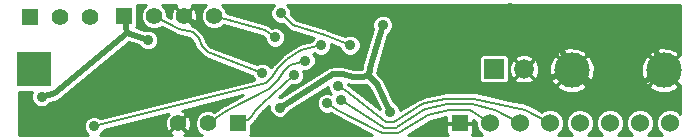
<source format=gbl>
G04 (created by PCBNEW (2013-03-19 BZR 4004)-stable) date 24/05/2013 23:59:16*
%MOIN*%
G04 Gerber Fmt 3.4, Leading zero omitted, Abs format*
%FSLAX34Y34*%
G01*
G70*
G90*
G04 APERTURE LIST*
%ADD10C,0.006*%
%ADD11R,0.1181X0.1181*%
%ADD12C,0.1181*%
%ADD13R,0.055X0.055*%
%ADD14C,0.06*%
%ADD15R,0.0551X0.0551*%
%ADD16C,0.0551*%
%ADD17C,0.055*%
%ADD18R,0.066X0.066*%
%ADD19C,0.066*%
%ADD20C,0.0354331*%
%ADD21C,0.019685*%
%ADD22C,0.00787402*%
%ADD23C,0.01*%
G04 APERTURE END LIST*
G54D10*
G54D11*
X38110Y-39724D03*
G54D12*
X56023Y-39763D03*
X59094Y-39763D03*
G54D13*
X52287Y-41535D03*
G54D14*
X53287Y-41535D03*
X54287Y-41535D03*
X55287Y-41535D03*
X56287Y-41535D03*
X57287Y-41535D03*
X58287Y-41535D03*
X59287Y-41535D03*
G54D15*
X41098Y-37952D03*
G54D16*
X42098Y-37952D03*
X43098Y-37952D03*
X44098Y-37952D03*
G54D13*
X44897Y-41535D03*
G54D17*
X43897Y-41535D03*
X42897Y-41535D03*
G54D13*
X37976Y-37992D03*
G54D17*
X38976Y-37992D03*
X39976Y-37992D03*
G54D18*
X53437Y-39724D03*
G54D19*
X54437Y-39724D03*
G54D20*
X49720Y-38263D03*
X49968Y-41141D03*
X38350Y-40657D03*
X41893Y-38759D03*
X46283Y-41007D03*
X47874Y-40866D03*
X48330Y-40751D03*
X48236Y-40291D03*
X46759Y-39921D03*
X45708Y-39858D03*
X46129Y-38669D03*
X47137Y-39440D03*
X48271Y-38244D03*
X50748Y-37720D03*
X39149Y-40751D03*
X40181Y-40566D03*
X44212Y-40011D03*
X44035Y-38826D03*
X49688Y-39838D03*
X49133Y-40397D03*
X46881Y-37937D03*
X45822Y-41236D03*
X48145Y-41795D03*
X43248Y-38838D03*
X48897Y-39610D03*
X48460Y-39425D03*
X41141Y-39925D03*
X42877Y-40547D03*
X50897Y-39314D03*
X51374Y-41594D03*
X45653Y-38767D03*
X57236Y-38053D03*
X58503Y-38351D03*
X53976Y-37700D03*
X57484Y-40732D03*
X48641Y-38929D03*
X46322Y-37870D03*
X47669Y-38937D03*
X40098Y-41633D03*
G54D21*
X41157Y-38317D02*
X41204Y-38507D01*
X41157Y-38228D02*
X41157Y-38317D01*
X41157Y-38129D02*
X41157Y-38228D01*
X41098Y-37952D02*
X41157Y-38129D01*
X49060Y-40003D02*
X49224Y-39929D01*
X48734Y-40003D02*
X49060Y-40003D01*
X48399Y-39897D02*
X48734Y-40003D01*
X48073Y-39897D02*
X48399Y-39897D01*
X46283Y-41007D02*
X48073Y-39897D01*
X41893Y-38759D02*
X41204Y-38507D01*
X38986Y-40358D02*
X41204Y-38507D01*
X38790Y-40531D02*
X38986Y-40358D01*
X38350Y-40657D02*
X38790Y-40531D01*
X49295Y-39675D02*
X49720Y-38263D01*
X49291Y-39773D02*
X49295Y-39675D01*
X49224Y-39929D02*
X49291Y-39773D01*
X49527Y-40234D02*
X49968Y-41141D01*
X49295Y-40001D02*
X49527Y-40234D01*
X49224Y-39929D02*
X49295Y-40001D01*
G54D22*
X52627Y-41102D02*
X53287Y-41535D01*
X52077Y-41102D02*
X52627Y-41102D01*
X51947Y-41102D02*
X52077Y-41102D01*
X51235Y-41259D02*
X51947Y-41102D01*
X50305Y-41834D02*
X51235Y-41259D01*
X50220Y-41870D02*
X50305Y-41834D01*
X49716Y-41870D02*
X50220Y-41870D01*
X49631Y-41834D02*
X49716Y-41870D01*
X48192Y-41086D02*
X49631Y-41834D01*
X47874Y-40866D02*
X48192Y-41086D01*
X53476Y-41077D02*
X54287Y-41535D01*
X52709Y-40906D02*
X53476Y-41077D01*
X52159Y-40906D02*
X52709Y-40906D01*
X51865Y-40906D02*
X52159Y-40906D01*
X51161Y-41062D02*
X51865Y-40906D01*
X51148Y-41068D02*
X51161Y-41062D01*
X50194Y-41667D02*
X51148Y-41068D01*
X50181Y-41673D02*
X50194Y-41667D01*
X49755Y-41673D02*
X50181Y-41673D01*
X49742Y-41667D02*
X49755Y-41673D01*
X48330Y-40751D02*
X49742Y-41667D01*
X54476Y-41077D02*
X55287Y-41535D01*
X52778Y-40709D02*
X54476Y-41077D01*
X52228Y-40709D02*
X52778Y-40709D01*
X51795Y-40709D02*
X52228Y-40709D01*
X51122Y-40866D02*
X51795Y-40709D01*
X51036Y-40901D02*
X51122Y-40866D01*
X50107Y-41476D02*
X51036Y-40901D01*
X49829Y-41476D02*
X50107Y-41476D01*
X48469Y-40417D02*
X49829Y-41476D01*
X48236Y-40291D02*
X48469Y-40417D01*
X45133Y-41417D02*
X44897Y-41535D01*
X45172Y-41417D02*
X45133Y-41417D01*
X45237Y-41417D02*
X45172Y-41417D01*
X45330Y-41325D02*
X45237Y-41417D01*
X45488Y-41097D02*
X45330Y-41325D01*
X45684Y-40901D02*
X45488Y-41097D01*
X46759Y-39921D02*
X45684Y-40901D01*
X43896Y-39161D02*
X45708Y-39858D01*
X43700Y-38965D02*
X43896Y-39161D01*
X43582Y-38699D02*
X43700Y-38965D01*
X43386Y-38503D02*
X43582Y-38699D01*
X42919Y-38385D02*
X43386Y-38503D01*
X42098Y-37952D02*
X42919Y-38385D01*
X45792Y-38433D02*
X44098Y-37952D01*
X46129Y-38669D02*
X45792Y-38433D01*
X44557Y-41102D02*
X43897Y-41535D01*
X45934Y-40384D02*
X44557Y-41102D01*
X46234Y-40083D02*
X45934Y-40384D01*
X46425Y-39782D02*
X46234Y-40083D01*
X46621Y-39586D02*
X46425Y-39782D01*
X47137Y-39440D02*
X46621Y-39586D01*
G54D21*
X56023Y-39763D02*
X57484Y-40732D01*
X53017Y-40270D02*
X50897Y-39314D01*
X53677Y-40270D02*
X53017Y-40270D01*
X53856Y-40270D02*
X53677Y-40270D01*
X54652Y-40270D02*
X53856Y-40270D01*
X56023Y-39763D02*
X54652Y-40270D01*
X59094Y-39763D02*
X57484Y-40732D01*
X55287Y-38346D02*
X56023Y-39763D01*
X53976Y-37700D02*
X55287Y-38346D01*
X58503Y-38351D02*
X59094Y-39763D01*
X57236Y-38053D02*
X58503Y-38351D01*
X57236Y-38053D02*
X55287Y-38346D01*
X50897Y-39314D02*
X51240Y-38271D01*
X48897Y-39610D02*
X48460Y-39425D01*
X46120Y-41401D02*
X48145Y-41795D01*
X45822Y-41236D02*
X46120Y-41401D01*
X46881Y-37937D02*
X48271Y-38244D01*
X49688Y-39838D02*
X50897Y-39314D01*
X43507Y-38262D02*
X43098Y-37952D01*
X43824Y-38579D02*
X43507Y-38262D01*
X44035Y-38826D02*
X43824Y-38579D01*
X44212Y-40011D02*
X43248Y-38838D01*
X39149Y-40751D02*
X40181Y-40566D01*
X50748Y-37720D02*
X51240Y-38271D01*
X49557Y-37870D02*
X50748Y-37720D01*
X48271Y-38244D02*
X49557Y-37870D01*
X51240Y-38271D02*
X53976Y-37700D01*
G54D22*
X46743Y-38271D02*
X46322Y-37870D01*
X47807Y-38602D02*
X46743Y-38271D01*
X48641Y-38929D02*
X47807Y-38602D01*
X45847Y-40192D02*
X40098Y-41633D01*
X46043Y-39996D02*
X45847Y-40192D01*
X46233Y-39695D02*
X46043Y-39996D01*
X46534Y-39395D02*
X46233Y-39695D01*
X46999Y-39106D02*
X46534Y-39395D01*
X47669Y-38937D02*
X46999Y-39106D01*
G54D10*
G36*
X45076Y-40597D02*
X44461Y-40919D01*
X44451Y-40926D01*
X44444Y-40929D01*
X44114Y-41145D01*
X43986Y-41092D01*
X43809Y-41092D01*
X43646Y-41159D01*
X43522Y-41284D01*
X43454Y-41446D01*
X43454Y-41623D01*
X43521Y-41786D01*
X43646Y-41910D01*
X43688Y-41928D01*
X43342Y-41928D01*
X43342Y-41455D01*
X43278Y-41291D01*
X43268Y-41277D01*
X43193Y-41252D01*
X42910Y-41535D01*
X43193Y-41818D01*
X43268Y-41793D01*
X43338Y-41632D01*
X43342Y-41455D01*
X43342Y-41928D01*
X43109Y-41928D01*
X43141Y-41915D01*
X43155Y-41906D01*
X43180Y-41831D01*
X42897Y-41548D01*
X42884Y-41561D01*
X42614Y-41831D01*
X42639Y-41906D01*
X42690Y-41928D01*
X40289Y-41928D01*
X40293Y-41926D01*
X40390Y-41829D01*
X40416Y-41767D01*
X42575Y-41225D01*
X42601Y-41252D01*
X42526Y-41277D01*
X42456Y-41438D01*
X42452Y-41615D01*
X42517Y-41779D01*
X42526Y-41793D01*
X42601Y-41818D01*
X42884Y-41535D01*
X42879Y-41529D01*
X42892Y-41517D01*
X42897Y-41522D01*
X43180Y-41239D01*
X43155Y-41164D01*
X43032Y-41110D01*
X45076Y-40597D01*
X45076Y-40597D01*
G37*
G54D23*
X45076Y-40597D02*
X44461Y-40919D01*
X44451Y-40926D01*
X44444Y-40929D01*
X44114Y-41145D01*
X43986Y-41092D01*
X43809Y-41092D01*
X43646Y-41159D01*
X43522Y-41284D01*
X43454Y-41446D01*
X43454Y-41623D01*
X43521Y-41786D01*
X43646Y-41910D01*
X43688Y-41928D01*
X43342Y-41928D01*
X43342Y-41455D01*
X43278Y-41291D01*
X43268Y-41277D01*
X43193Y-41252D01*
X42910Y-41535D01*
X43193Y-41818D01*
X43268Y-41793D01*
X43338Y-41632D01*
X43342Y-41455D01*
X43342Y-41928D01*
X43109Y-41928D01*
X43141Y-41915D01*
X43155Y-41906D01*
X43180Y-41831D01*
X42897Y-41548D01*
X42884Y-41561D01*
X42614Y-41831D01*
X42639Y-41906D01*
X42690Y-41928D01*
X40289Y-41928D01*
X40293Y-41926D01*
X40390Y-41829D01*
X40416Y-41767D01*
X42575Y-41225D01*
X42601Y-41252D01*
X42526Y-41277D01*
X42456Y-41438D01*
X42452Y-41615D01*
X42517Y-41779D01*
X42526Y-41793D01*
X42601Y-41818D01*
X42884Y-41535D01*
X42879Y-41529D01*
X42892Y-41517D01*
X42897Y-41522D01*
X43180Y-41239D01*
X43155Y-41164D01*
X43032Y-41110D01*
X45076Y-40597D01*
G54D10*
G36*
X45440Y-40078D02*
X40317Y-41364D01*
X40294Y-41341D01*
X40167Y-41288D01*
X40030Y-41288D01*
X39903Y-41340D01*
X39805Y-41438D01*
X39753Y-41564D01*
X39753Y-41702D01*
X39805Y-41829D01*
X39902Y-41926D01*
X39907Y-41928D01*
X37599Y-41928D01*
X37599Y-40483D01*
X38048Y-40483D01*
X38005Y-40588D01*
X38005Y-40725D01*
X38057Y-40852D01*
X38154Y-40950D01*
X38281Y-41002D01*
X38418Y-41002D01*
X38545Y-40950D01*
X38642Y-40853D01*
X38644Y-40850D01*
X38863Y-40787D01*
X38869Y-40784D01*
X38877Y-40783D01*
X38919Y-40758D01*
X38956Y-40739D01*
X38960Y-40734D01*
X38967Y-40731D01*
X39157Y-40563D01*
X39157Y-40563D01*
X41259Y-38811D01*
X41591Y-38933D01*
X41600Y-38955D01*
X41697Y-39052D01*
X41824Y-39105D01*
X41962Y-39105D01*
X42089Y-39052D01*
X42186Y-38955D01*
X42238Y-38828D01*
X42239Y-38691D01*
X42186Y-38564D01*
X42089Y-38467D01*
X41962Y-38414D01*
X41825Y-38414D01*
X41778Y-38433D01*
X41505Y-38334D01*
X41516Y-38323D01*
X41542Y-38261D01*
X41542Y-38194D01*
X41542Y-37643D01*
X41523Y-37599D01*
X41824Y-37599D01*
X41722Y-37701D01*
X41654Y-37864D01*
X41654Y-38040D01*
X41722Y-38203D01*
X41846Y-38328D01*
X42009Y-38396D01*
X42186Y-38396D01*
X42349Y-38329D01*
X42355Y-38322D01*
X42822Y-38569D01*
X42844Y-38575D01*
X42868Y-38586D01*
X43280Y-38691D01*
X43408Y-38819D01*
X43509Y-39044D01*
X43509Y-39044D01*
X43509Y-39045D01*
X43511Y-39049D01*
X43530Y-39076D01*
X43554Y-39112D01*
X43750Y-39308D01*
X43752Y-39309D01*
X43753Y-39311D01*
X43785Y-39332D01*
X43817Y-39353D01*
X43820Y-39353D01*
X43822Y-39355D01*
X45373Y-39950D01*
X45415Y-40053D01*
X45440Y-40078D01*
X45440Y-40078D01*
G37*
G54D23*
X45440Y-40078D02*
X40317Y-41364D01*
X40294Y-41341D01*
X40167Y-41288D01*
X40030Y-41288D01*
X39903Y-41340D01*
X39805Y-41438D01*
X39753Y-41564D01*
X39753Y-41702D01*
X39805Y-41829D01*
X39902Y-41926D01*
X39907Y-41928D01*
X37599Y-41928D01*
X37599Y-40483D01*
X38048Y-40483D01*
X38005Y-40588D01*
X38005Y-40725D01*
X38057Y-40852D01*
X38154Y-40950D01*
X38281Y-41002D01*
X38418Y-41002D01*
X38545Y-40950D01*
X38642Y-40853D01*
X38644Y-40850D01*
X38863Y-40787D01*
X38869Y-40784D01*
X38877Y-40783D01*
X38919Y-40758D01*
X38956Y-40739D01*
X38960Y-40734D01*
X38967Y-40731D01*
X39157Y-40563D01*
X39157Y-40563D01*
X41259Y-38811D01*
X41591Y-38933D01*
X41600Y-38955D01*
X41697Y-39052D01*
X41824Y-39105D01*
X41962Y-39105D01*
X42089Y-39052D01*
X42186Y-38955D01*
X42238Y-38828D01*
X42239Y-38691D01*
X42186Y-38564D01*
X42089Y-38467D01*
X41962Y-38414D01*
X41825Y-38414D01*
X41778Y-38433D01*
X41505Y-38334D01*
X41516Y-38323D01*
X41542Y-38261D01*
X41542Y-38194D01*
X41542Y-37643D01*
X41523Y-37599D01*
X41824Y-37599D01*
X41722Y-37701D01*
X41654Y-37864D01*
X41654Y-38040D01*
X41722Y-38203D01*
X41846Y-38328D01*
X42009Y-38396D01*
X42186Y-38396D01*
X42349Y-38329D01*
X42355Y-38322D01*
X42822Y-38569D01*
X42844Y-38575D01*
X42868Y-38586D01*
X43280Y-38691D01*
X43408Y-38819D01*
X43509Y-39044D01*
X43509Y-39044D01*
X43509Y-39045D01*
X43511Y-39049D01*
X43530Y-39076D01*
X43554Y-39112D01*
X43750Y-39308D01*
X43752Y-39309D01*
X43753Y-39311D01*
X43785Y-39332D01*
X43817Y-39353D01*
X43820Y-39353D01*
X43822Y-39355D01*
X45373Y-39950D01*
X45415Y-40053D01*
X45440Y-40078D01*
G54D10*
G36*
X47418Y-38699D02*
X47376Y-38741D01*
X47350Y-38803D01*
X46948Y-38905D01*
X46914Y-38921D01*
X46890Y-38930D01*
X46424Y-39218D01*
X46407Y-39235D01*
X46387Y-39248D01*
X46086Y-39548D01*
X46073Y-39568D01*
X46058Y-39584D01*
X46004Y-39670D01*
X46001Y-39662D01*
X45904Y-39565D01*
X45777Y-39513D01*
X45640Y-39512D01*
X45520Y-39562D01*
X44012Y-38983D01*
X43874Y-38846D01*
X43772Y-38615D01*
X43750Y-38584D01*
X43729Y-38553D01*
X43543Y-38367D01*
X43543Y-37873D01*
X43479Y-37708D01*
X43469Y-37694D01*
X43394Y-37669D01*
X43111Y-37952D01*
X43394Y-38236D01*
X43469Y-38211D01*
X43540Y-38049D01*
X43543Y-37873D01*
X43543Y-38367D01*
X43533Y-38357D01*
X43520Y-38348D01*
X43510Y-38337D01*
X43488Y-38327D01*
X43466Y-38312D01*
X43450Y-38309D01*
X43437Y-38302D01*
X43369Y-38285D01*
X43382Y-38249D01*
X43098Y-37965D01*
X43092Y-37971D01*
X43080Y-37958D01*
X43085Y-37952D01*
X42801Y-37669D01*
X42727Y-37694D01*
X42656Y-37855D01*
X42653Y-38010D01*
X42542Y-37952D01*
X42542Y-37864D01*
X42474Y-37701D01*
X42372Y-37599D01*
X42834Y-37599D01*
X42814Y-37656D01*
X43098Y-37939D01*
X43382Y-37656D01*
X43362Y-37599D01*
X43824Y-37599D01*
X43722Y-37701D01*
X43654Y-37864D01*
X43654Y-38040D01*
X43722Y-38203D01*
X43846Y-38328D01*
X44009Y-38396D01*
X44186Y-38396D01*
X44349Y-38329D01*
X44419Y-38259D01*
X45699Y-38621D01*
X45784Y-38681D01*
X45784Y-38737D01*
X45837Y-38864D01*
X45934Y-38961D01*
X46060Y-39014D01*
X46198Y-39014D01*
X46325Y-38962D01*
X46422Y-38865D01*
X46475Y-38738D01*
X46475Y-38600D01*
X46422Y-38473D01*
X46325Y-38376D01*
X46198Y-38324D01*
X46061Y-38323D01*
X46021Y-38340D01*
X45922Y-38270D01*
X45921Y-38269D01*
X45917Y-38267D01*
X45911Y-38263D01*
X45894Y-38255D01*
X45848Y-38232D01*
X44541Y-37862D01*
X44474Y-37701D01*
X44372Y-37599D01*
X46105Y-37599D01*
X46030Y-37674D01*
X45977Y-37801D01*
X45977Y-37938D01*
X46029Y-38065D01*
X46126Y-38162D01*
X46253Y-38215D01*
X46383Y-38215D01*
X46599Y-38421D01*
X46606Y-38425D01*
X46610Y-38431D01*
X46638Y-38446D01*
X46668Y-38465D01*
X46675Y-38466D01*
X46681Y-38469D01*
X47418Y-38699D01*
X47418Y-38699D01*
G37*
G54D23*
X47418Y-38699D02*
X47376Y-38741D01*
X47350Y-38803D01*
X46948Y-38905D01*
X46914Y-38921D01*
X46890Y-38930D01*
X46424Y-39218D01*
X46407Y-39235D01*
X46387Y-39248D01*
X46086Y-39548D01*
X46073Y-39568D01*
X46058Y-39584D01*
X46004Y-39670D01*
X46001Y-39662D01*
X45904Y-39565D01*
X45777Y-39513D01*
X45640Y-39512D01*
X45520Y-39562D01*
X44012Y-38983D01*
X43874Y-38846D01*
X43772Y-38615D01*
X43750Y-38584D01*
X43729Y-38553D01*
X43543Y-38367D01*
X43543Y-37873D01*
X43479Y-37708D01*
X43469Y-37694D01*
X43394Y-37669D01*
X43111Y-37952D01*
X43394Y-38236D01*
X43469Y-38211D01*
X43540Y-38049D01*
X43543Y-37873D01*
X43543Y-38367D01*
X43533Y-38357D01*
X43520Y-38348D01*
X43510Y-38337D01*
X43488Y-38327D01*
X43466Y-38312D01*
X43450Y-38309D01*
X43437Y-38302D01*
X43369Y-38285D01*
X43382Y-38249D01*
X43098Y-37965D01*
X43092Y-37971D01*
X43080Y-37958D01*
X43085Y-37952D01*
X42801Y-37669D01*
X42727Y-37694D01*
X42656Y-37855D01*
X42653Y-38010D01*
X42542Y-37952D01*
X42542Y-37864D01*
X42474Y-37701D01*
X42372Y-37599D01*
X42834Y-37599D01*
X42814Y-37656D01*
X43098Y-37939D01*
X43382Y-37656D01*
X43362Y-37599D01*
X43824Y-37599D01*
X43722Y-37701D01*
X43654Y-37864D01*
X43654Y-38040D01*
X43722Y-38203D01*
X43846Y-38328D01*
X44009Y-38396D01*
X44186Y-38396D01*
X44349Y-38329D01*
X44419Y-38259D01*
X45699Y-38621D01*
X45784Y-38681D01*
X45784Y-38737D01*
X45837Y-38864D01*
X45934Y-38961D01*
X46060Y-39014D01*
X46198Y-39014D01*
X46325Y-38962D01*
X46422Y-38865D01*
X46475Y-38738D01*
X46475Y-38600D01*
X46422Y-38473D01*
X46325Y-38376D01*
X46198Y-38324D01*
X46061Y-38323D01*
X46021Y-38340D01*
X45922Y-38270D01*
X45921Y-38269D01*
X45917Y-38267D01*
X45911Y-38263D01*
X45894Y-38255D01*
X45848Y-38232D01*
X44541Y-37862D01*
X44474Y-37701D01*
X44372Y-37599D01*
X46105Y-37599D01*
X46030Y-37674D01*
X45977Y-37801D01*
X45977Y-37938D01*
X46029Y-38065D01*
X46126Y-38162D01*
X46253Y-38215D01*
X46383Y-38215D01*
X46599Y-38421D01*
X46606Y-38425D01*
X46610Y-38431D01*
X46638Y-38446D01*
X46668Y-38465D01*
X46675Y-38466D01*
X46681Y-38469D01*
X47418Y-38699D01*
G54D10*
G36*
X49359Y-41928D02*
X45292Y-41928D01*
X45315Y-41905D01*
X45340Y-41844D01*
X45340Y-41777D01*
X45340Y-41593D01*
X45384Y-41564D01*
X45476Y-41472D01*
X45487Y-41456D01*
X45500Y-41443D01*
X45647Y-41231D01*
X45827Y-41051D01*
X45938Y-40950D01*
X45938Y-41076D01*
X45990Y-41203D01*
X46087Y-41300D01*
X46214Y-41353D01*
X46351Y-41353D01*
X46478Y-41300D01*
X46576Y-41203D01*
X46611Y-41118D01*
X47890Y-40324D01*
X47890Y-40359D01*
X47943Y-40486D01*
X48001Y-40545D01*
X47942Y-40520D01*
X47805Y-40520D01*
X47678Y-40573D01*
X47581Y-40670D01*
X47528Y-40797D01*
X47528Y-40934D01*
X47581Y-41061D01*
X47678Y-41158D01*
X47805Y-41211D01*
X47942Y-41211D01*
X47983Y-41194D01*
X48074Y-41257D01*
X48085Y-41261D01*
X48096Y-41270D01*
X49359Y-41928D01*
X49359Y-41928D01*
G37*
G54D23*
X49359Y-41928D02*
X45292Y-41928D01*
X45315Y-41905D01*
X45340Y-41844D01*
X45340Y-41777D01*
X45340Y-41593D01*
X45384Y-41564D01*
X45476Y-41472D01*
X45487Y-41456D01*
X45500Y-41443D01*
X45647Y-41231D01*
X45827Y-41051D01*
X45938Y-40950D01*
X45938Y-41076D01*
X45990Y-41203D01*
X46087Y-41300D01*
X46214Y-41353D01*
X46351Y-41353D01*
X46478Y-41300D01*
X46576Y-41203D01*
X46611Y-41118D01*
X47890Y-40324D01*
X47890Y-40359D01*
X47943Y-40486D01*
X48001Y-40545D01*
X47942Y-40520D01*
X47805Y-40520D01*
X47678Y-40573D01*
X47581Y-40670D01*
X47528Y-40797D01*
X47528Y-40934D01*
X47581Y-41061D01*
X47678Y-41158D01*
X47805Y-41211D01*
X47942Y-41211D01*
X47983Y-41194D01*
X48074Y-41257D01*
X48085Y-41261D01*
X48096Y-41270D01*
X49359Y-41928D01*
G54D10*
G36*
X49630Y-41056D02*
X49629Y-41057D01*
X48596Y-40253D01*
X48581Y-40245D01*
X48581Y-40235D01*
X48653Y-40258D01*
X48694Y-40262D01*
X48734Y-40270D01*
X49060Y-40270D01*
X49065Y-40269D01*
X49070Y-40270D01*
X49116Y-40259D01*
X49162Y-40250D01*
X49165Y-40248D01*
X49307Y-40391D01*
X49630Y-41056D01*
X49630Y-41056D01*
G37*
G54D23*
X49630Y-41056D02*
X49629Y-41057D01*
X48596Y-40253D01*
X48581Y-40245D01*
X48581Y-40235D01*
X48653Y-40258D01*
X48694Y-40262D01*
X48734Y-40270D01*
X49060Y-40270D01*
X49065Y-40269D01*
X49070Y-40270D01*
X49116Y-40259D01*
X49162Y-40250D01*
X49165Y-40248D01*
X49307Y-40391D01*
X49630Y-41056D01*
G54D10*
G36*
X53018Y-41928D02*
X52682Y-41928D01*
X52704Y-41905D01*
X52730Y-41844D01*
X52730Y-41777D01*
X52730Y-41586D01*
X52688Y-41544D01*
X52296Y-41544D01*
X52296Y-41552D01*
X52278Y-41552D01*
X52278Y-41544D01*
X51886Y-41544D01*
X51844Y-41586D01*
X51844Y-41777D01*
X51844Y-41844D01*
X51869Y-41905D01*
X51892Y-41928D01*
X50549Y-41928D01*
X51316Y-41454D01*
X51844Y-41338D01*
X51844Y-41484D01*
X51886Y-41526D01*
X52278Y-41526D01*
X52278Y-41518D01*
X52296Y-41518D01*
X52296Y-41526D01*
X52688Y-41526D01*
X52730Y-41484D01*
X52730Y-41418D01*
X52819Y-41476D01*
X52819Y-41628D01*
X52890Y-41800D01*
X53018Y-41928D01*
X53018Y-41928D01*
G37*
G54D23*
X53018Y-41928D02*
X52682Y-41928D01*
X52704Y-41905D01*
X52730Y-41844D01*
X52730Y-41777D01*
X52730Y-41586D01*
X52688Y-41544D01*
X52296Y-41544D01*
X52296Y-41552D01*
X52278Y-41552D01*
X52278Y-41544D01*
X51886Y-41544D01*
X51844Y-41586D01*
X51844Y-41777D01*
X51844Y-41844D01*
X51869Y-41905D01*
X51892Y-41928D01*
X50549Y-41928D01*
X51316Y-41454D01*
X51844Y-41338D01*
X51844Y-41484D01*
X51886Y-41526D01*
X52278Y-41526D01*
X52278Y-41518D01*
X52296Y-41518D01*
X52296Y-41526D01*
X52688Y-41526D01*
X52730Y-41484D01*
X52730Y-41418D01*
X52819Y-41476D01*
X52819Y-41628D01*
X52890Y-41800D01*
X53018Y-41928D01*
G54D10*
G36*
X59644Y-41230D02*
X59605Y-41191D01*
X59605Y-40287D01*
X59094Y-39776D01*
X59081Y-39789D01*
X59081Y-39763D01*
X58570Y-39253D01*
X58463Y-39316D01*
X58340Y-39592D01*
X58332Y-39893D01*
X58439Y-40175D01*
X58463Y-40211D01*
X58570Y-40274D01*
X59081Y-39763D01*
X59081Y-39789D01*
X58583Y-40287D01*
X58647Y-40394D01*
X58922Y-40517D01*
X59224Y-40526D01*
X59506Y-40418D01*
X59541Y-40394D01*
X59605Y-40287D01*
X59605Y-41191D01*
X59552Y-41138D01*
X59380Y-41067D01*
X59194Y-41067D01*
X59022Y-41138D01*
X58890Y-41269D01*
X58819Y-41441D01*
X58819Y-41628D01*
X58890Y-41800D01*
X59018Y-41928D01*
X58556Y-41928D01*
X58684Y-41800D01*
X58755Y-41628D01*
X58755Y-41442D01*
X58684Y-41270D01*
X58552Y-41138D01*
X58380Y-41067D01*
X58194Y-41067D01*
X58022Y-41138D01*
X57890Y-41269D01*
X57819Y-41441D01*
X57819Y-41628D01*
X57890Y-41800D01*
X58018Y-41928D01*
X57556Y-41928D01*
X57684Y-41800D01*
X57755Y-41628D01*
X57755Y-41442D01*
X57684Y-41270D01*
X57552Y-41138D01*
X57380Y-41067D01*
X57194Y-41067D01*
X57022Y-41138D01*
X56890Y-41269D01*
X56819Y-41441D01*
X56819Y-41628D01*
X56890Y-41800D01*
X57018Y-41928D01*
X56786Y-41928D01*
X56786Y-39633D01*
X56678Y-39351D01*
X56654Y-39316D01*
X56547Y-39253D01*
X56534Y-39265D01*
X56534Y-39240D01*
X56470Y-39132D01*
X56195Y-39009D01*
X55893Y-39001D01*
X55611Y-39109D01*
X55576Y-39132D01*
X55512Y-39240D01*
X56023Y-39750D01*
X56534Y-39240D01*
X56534Y-39265D01*
X56036Y-39763D01*
X56547Y-40274D01*
X56654Y-40211D01*
X56777Y-39935D01*
X56786Y-39633D01*
X56786Y-41928D01*
X56556Y-41928D01*
X56684Y-41800D01*
X56755Y-41628D01*
X56755Y-41442D01*
X56684Y-41270D01*
X56552Y-41138D01*
X56534Y-41131D01*
X56534Y-40287D01*
X56023Y-39776D01*
X56010Y-39789D01*
X56010Y-39763D01*
X55500Y-39253D01*
X55392Y-39316D01*
X55269Y-39592D01*
X55261Y-39893D01*
X55368Y-40175D01*
X55392Y-40211D01*
X55500Y-40274D01*
X56010Y-39763D01*
X56010Y-39789D01*
X55512Y-40287D01*
X55576Y-40394D01*
X55851Y-40517D01*
X56153Y-40526D01*
X56435Y-40418D01*
X56470Y-40394D01*
X56534Y-40287D01*
X56534Y-41131D01*
X56380Y-41067D01*
X56194Y-41067D01*
X56022Y-41138D01*
X55890Y-41269D01*
X55819Y-41441D01*
X55819Y-41628D01*
X55890Y-41800D01*
X56018Y-41928D01*
X55556Y-41928D01*
X55684Y-41800D01*
X55755Y-41628D01*
X55755Y-41442D01*
X55684Y-41270D01*
X55552Y-41138D01*
X55380Y-41067D01*
X55194Y-41067D01*
X55022Y-41138D01*
X55016Y-41144D01*
X54937Y-41099D01*
X54937Y-39636D01*
X54865Y-39451D01*
X54853Y-39433D01*
X54772Y-39401D01*
X54759Y-39414D01*
X54759Y-39388D01*
X54728Y-39308D01*
X54546Y-39228D01*
X54348Y-39224D01*
X54163Y-39296D01*
X54145Y-39308D01*
X54114Y-39388D01*
X54437Y-39711D01*
X54759Y-39388D01*
X54759Y-39414D01*
X54449Y-39724D01*
X54772Y-40047D01*
X54853Y-40015D01*
X54932Y-39834D01*
X54937Y-39636D01*
X54937Y-41099D01*
X54759Y-40999D01*
X54759Y-40060D01*
X54437Y-39737D01*
X54424Y-39750D01*
X54424Y-39724D01*
X54101Y-39401D01*
X54020Y-39433D01*
X53941Y-39614D01*
X53936Y-39812D01*
X54008Y-39997D01*
X54020Y-40015D01*
X54101Y-40047D01*
X54424Y-39724D01*
X54424Y-39750D01*
X54114Y-40060D01*
X54145Y-40140D01*
X54327Y-40220D01*
X54525Y-40224D01*
X54710Y-40152D01*
X54728Y-40140D01*
X54759Y-40060D01*
X54759Y-40999D01*
X54578Y-40897D01*
X54535Y-40882D01*
X54520Y-40876D01*
X54506Y-40873D01*
X54501Y-40871D01*
X54500Y-40872D01*
X53935Y-40748D01*
X53935Y-40021D01*
X53935Y-39361D01*
X53909Y-39299D01*
X53862Y-39251D01*
X53800Y-39226D01*
X53733Y-39226D01*
X53073Y-39226D01*
X53011Y-39251D01*
X52964Y-39299D01*
X52938Y-39360D01*
X52938Y-39427D01*
X52938Y-40087D01*
X52964Y-40149D01*
X53011Y-40196D01*
X53073Y-40222D01*
X53140Y-40222D01*
X53800Y-40222D01*
X53862Y-40197D01*
X53909Y-40149D01*
X53935Y-40087D01*
X53935Y-40021D01*
X53935Y-40748D01*
X52823Y-40506D01*
X52800Y-40506D01*
X52778Y-40501D01*
X52228Y-40501D01*
X51795Y-40501D01*
X51771Y-40506D01*
X51748Y-40507D01*
X51075Y-40663D01*
X51059Y-40671D01*
X51042Y-40674D01*
X50957Y-40709D01*
X50941Y-40720D01*
X50928Y-40725D01*
X50313Y-41104D01*
X50313Y-41073D01*
X50261Y-40946D01*
X50164Y-40849D01*
X50111Y-40827D01*
X49767Y-40118D01*
X49738Y-40079D01*
X49716Y-40046D01*
X49538Y-39868D01*
X49547Y-39827D01*
X49557Y-39784D01*
X49557Y-39777D01*
X49557Y-39777D01*
X49557Y-39777D01*
X49560Y-39719D01*
X49910Y-38558D01*
X49915Y-38556D01*
X50013Y-38459D01*
X50065Y-38332D01*
X50065Y-38195D01*
X50013Y-38068D01*
X49916Y-37971D01*
X49789Y-37918D01*
X49652Y-37918D01*
X49525Y-37970D01*
X49427Y-38067D01*
X49375Y-38194D01*
X49375Y-38332D01*
X49402Y-38398D01*
X49040Y-39598D01*
X49036Y-39632D01*
X49028Y-39664D01*
X49027Y-39713D01*
X49020Y-39729D01*
X49002Y-39737D01*
X48775Y-39737D01*
X48479Y-39643D01*
X48439Y-39639D01*
X48399Y-39631D01*
X48073Y-39631D01*
X48049Y-39635D01*
X48030Y-39635D01*
X48004Y-39644D01*
X47971Y-39651D01*
X47951Y-39664D01*
X47932Y-39671D01*
X46334Y-40662D01*
X46255Y-40662D01*
X46690Y-40266D01*
X46690Y-40266D01*
X46828Y-40266D01*
X46955Y-40214D01*
X47052Y-40117D01*
X47105Y-39990D01*
X47105Y-39852D01*
X47077Y-39786D01*
X47206Y-39786D01*
X47333Y-39733D01*
X47430Y-39636D01*
X47483Y-39509D01*
X47483Y-39372D01*
X47430Y-39245D01*
X47403Y-39218D01*
X47450Y-39206D01*
X47473Y-39229D01*
X47600Y-39282D01*
X47737Y-39282D01*
X47864Y-39229D01*
X47961Y-39132D01*
X48014Y-39005D01*
X48014Y-38906D01*
X48305Y-39020D01*
X48348Y-39124D01*
X48445Y-39221D01*
X48572Y-39274D01*
X48710Y-39274D01*
X48837Y-39222D01*
X48934Y-39124D01*
X48986Y-38998D01*
X48987Y-38860D01*
X48934Y-38733D01*
X48837Y-38636D01*
X48710Y-38583D01*
X48573Y-38583D01*
X48454Y-38632D01*
X47883Y-38409D01*
X47873Y-38407D01*
X47869Y-38405D01*
X46851Y-38087D01*
X46668Y-37913D01*
X46668Y-37801D01*
X46615Y-37674D01*
X46540Y-37599D01*
X59644Y-37599D01*
X59644Y-39268D01*
X59618Y-39253D01*
X59605Y-39265D01*
X59605Y-39240D01*
X59541Y-39132D01*
X59266Y-39009D01*
X58964Y-39001D01*
X58682Y-39109D01*
X58647Y-39132D01*
X58583Y-39240D01*
X59094Y-39750D01*
X59605Y-39240D01*
X59605Y-39265D01*
X59107Y-39763D01*
X59618Y-40274D01*
X59644Y-40258D01*
X59644Y-41230D01*
X59644Y-41230D01*
G37*
G54D23*
X59644Y-41230D02*
X59605Y-41191D01*
X59605Y-40287D01*
X59094Y-39776D01*
X59081Y-39789D01*
X59081Y-39763D01*
X58570Y-39253D01*
X58463Y-39316D01*
X58340Y-39592D01*
X58332Y-39893D01*
X58439Y-40175D01*
X58463Y-40211D01*
X58570Y-40274D01*
X59081Y-39763D01*
X59081Y-39789D01*
X58583Y-40287D01*
X58647Y-40394D01*
X58922Y-40517D01*
X59224Y-40526D01*
X59506Y-40418D01*
X59541Y-40394D01*
X59605Y-40287D01*
X59605Y-41191D01*
X59552Y-41138D01*
X59380Y-41067D01*
X59194Y-41067D01*
X59022Y-41138D01*
X58890Y-41269D01*
X58819Y-41441D01*
X58819Y-41628D01*
X58890Y-41800D01*
X59018Y-41928D01*
X58556Y-41928D01*
X58684Y-41800D01*
X58755Y-41628D01*
X58755Y-41442D01*
X58684Y-41270D01*
X58552Y-41138D01*
X58380Y-41067D01*
X58194Y-41067D01*
X58022Y-41138D01*
X57890Y-41269D01*
X57819Y-41441D01*
X57819Y-41628D01*
X57890Y-41800D01*
X58018Y-41928D01*
X57556Y-41928D01*
X57684Y-41800D01*
X57755Y-41628D01*
X57755Y-41442D01*
X57684Y-41270D01*
X57552Y-41138D01*
X57380Y-41067D01*
X57194Y-41067D01*
X57022Y-41138D01*
X56890Y-41269D01*
X56819Y-41441D01*
X56819Y-41628D01*
X56890Y-41800D01*
X57018Y-41928D01*
X56786Y-41928D01*
X56786Y-39633D01*
X56678Y-39351D01*
X56654Y-39316D01*
X56547Y-39253D01*
X56534Y-39265D01*
X56534Y-39240D01*
X56470Y-39132D01*
X56195Y-39009D01*
X55893Y-39001D01*
X55611Y-39109D01*
X55576Y-39132D01*
X55512Y-39240D01*
X56023Y-39750D01*
X56534Y-39240D01*
X56534Y-39265D01*
X56036Y-39763D01*
X56547Y-40274D01*
X56654Y-40211D01*
X56777Y-39935D01*
X56786Y-39633D01*
X56786Y-41928D01*
X56556Y-41928D01*
X56684Y-41800D01*
X56755Y-41628D01*
X56755Y-41442D01*
X56684Y-41270D01*
X56552Y-41138D01*
X56534Y-41131D01*
X56534Y-40287D01*
X56023Y-39776D01*
X56010Y-39789D01*
X56010Y-39763D01*
X55500Y-39253D01*
X55392Y-39316D01*
X55269Y-39592D01*
X55261Y-39893D01*
X55368Y-40175D01*
X55392Y-40211D01*
X55500Y-40274D01*
X56010Y-39763D01*
X56010Y-39789D01*
X55512Y-40287D01*
X55576Y-40394D01*
X55851Y-40517D01*
X56153Y-40526D01*
X56435Y-40418D01*
X56470Y-40394D01*
X56534Y-40287D01*
X56534Y-41131D01*
X56380Y-41067D01*
X56194Y-41067D01*
X56022Y-41138D01*
X55890Y-41269D01*
X55819Y-41441D01*
X55819Y-41628D01*
X55890Y-41800D01*
X56018Y-41928D01*
X55556Y-41928D01*
X55684Y-41800D01*
X55755Y-41628D01*
X55755Y-41442D01*
X55684Y-41270D01*
X55552Y-41138D01*
X55380Y-41067D01*
X55194Y-41067D01*
X55022Y-41138D01*
X55016Y-41144D01*
X54937Y-41099D01*
X54937Y-39636D01*
X54865Y-39451D01*
X54853Y-39433D01*
X54772Y-39401D01*
X54759Y-39414D01*
X54759Y-39388D01*
X54728Y-39308D01*
X54546Y-39228D01*
X54348Y-39224D01*
X54163Y-39296D01*
X54145Y-39308D01*
X54114Y-39388D01*
X54437Y-39711D01*
X54759Y-39388D01*
X54759Y-39414D01*
X54449Y-39724D01*
X54772Y-40047D01*
X54853Y-40015D01*
X54932Y-39834D01*
X54937Y-39636D01*
X54937Y-41099D01*
X54759Y-40999D01*
X54759Y-40060D01*
X54437Y-39737D01*
X54424Y-39750D01*
X54424Y-39724D01*
X54101Y-39401D01*
X54020Y-39433D01*
X53941Y-39614D01*
X53936Y-39812D01*
X54008Y-39997D01*
X54020Y-40015D01*
X54101Y-40047D01*
X54424Y-39724D01*
X54424Y-39750D01*
X54114Y-40060D01*
X54145Y-40140D01*
X54327Y-40220D01*
X54525Y-40224D01*
X54710Y-40152D01*
X54728Y-40140D01*
X54759Y-40060D01*
X54759Y-40999D01*
X54578Y-40897D01*
X54535Y-40882D01*
X54520Y-40876D01*
X54506Y-40873D01*
X54501Y-40871D01*
X54500Y-40872D01*
X53935Y-40748D01*
X53935Y-40021D01*
X53935Y-39361D01*
X53909Y-39299D01*
X53862Y-39251D01*
X53800Y-39226D01*
X53733Y-39226D01*
X53073Y-39226D01*
X53011Y-39251D01*
X52964Y-39299D01*
X52938Y-39360D01*
X52938Y-39427D01*
X52938Y-40087D01*
X52964Y-40149D01*
X53011Y-40196D01*
X53073Y-40222D01*
X53140Y-40222D01*
X53800Y-40222D01*
X53862Y-40197D01*
X53909Y-40149D01*
X53935Y-40087D01*
X53935Y-40021D01*
X53935Y-40748D01*
X52823Y-40506D01*
X52800Y-40506D01*
X52778Y-40501D01*
X52228Y-40501D01*
X51795Y-40501D01*
X51771Y-40506D01*
X51748Y-40507D01*
X51075Y-40663D01*
X51059Y-40671D01*
X51042Y-40674D01*
X50957Y-40709D01*
X50941Y-40720D01*
X50928Y-40725D01*
X50313Y-41104D01*
X50313Y-41073D01*
X50261Y-40946D01*
X50164Y-40849D01*
X50111Y-40827D01*
X49767Y-40118D01*
X49738Y-40079D01*
X49716Y-40046D01*
X49538Y-39868D01*
X49547Y-39827D01*
X49557Y-39784D01*
X49557Y-39777D01*
X49557Y-39777D01*
X49557Y-39777D01*
X49560Y-39719D01*
X49910Y-38558D01*
X49915Y-38556D01*
X50013Y-38459D01*
X50065Y-38332D01*
X50065Y-38195D01*
X50013Y-38068D01*
X49916Y-37971D01*
X49789Y-37918D01*
X49652Y-37918D01*
X49525Y-37970D01*
X49427Y-38067D01*
X49375Y-38194D01*
X49375Y-38332D01*
X49402Y-38398D01*
X49040Y-39598D01*
X49036Y-39632D01*
X49028Y-39664D01*
X49027Y-39713D01*
X49020Y-39729D01*
X49002Y-39737D01*
X48775Y-39737D01*
X48479Y-39643D01*
X48439Y-39639D01*
X48399Y-39631D01*
X48073Y-39631D01*
X48049Y-39635D01*
X48030Y-39635D01*
X48004Y-39644D01*
X47971Y-39651D01*
X47951Y-39664D01*
X47932Y-39671D01*
X46334Y-40662D01*
X46255Y-40662D01*
X46690Y-40266D01*
X46690Y-40266D01*
X46828Y-40266D01*
X46955Y-40214D01*
X47052Y-40117D01*
X47105Y-39990D01*
X47105Y-39852D01*
X47077Y-39786D01*
X47206Y-39786D01*
X47333Y-39733D01*
X47430Y-39636D01*
X47483Y-39509D01*
X47483Y-39372D01*
X47430Y-39245D01*
X47403Y-39218D01*
X47450Y-39206D01*
X47473Y-39229D01*
X47600Y-39282D01*
X47737Y-39282D01*
X47864Y-39229D01*
X47961Y-39132D01*
X48014Y-39005D01*
X48014Y-38906D01*
X48305Y-39020D01*
X48348Y-39124D01*
X48445Y-39221D01*
X48572Y-39274D01*
X48710Y-39274D01*
X48837Y-39222D01*
X48934Y-39124D01*
X48986Y-38998D01*
X48987Y-38860D01*
X48934Y-38733D01*
X48837Y-38636D01*
X48710Y-38583D01*
X48573Y-38583D01*
X48454Y-38632D01*
X47883Y-38409D01*
X47873Y-38407D01*
X47869Y-38405D01*
X46851Y-38087D01*
X46668Y-37913D01*
X46668Y-37801D01*
X46615Y-37674D01*
X46540Y-37599D01*
X59644Y-37599D01*
X59644Y-39268D01*
X59618Y-39253D01*
X59605Y-39265D01*
X59605Y-39240D01*
X59541Y-39132D01*
X59266Y-39009D01*
X58964Y-39001D01*
X58682Y-39109D01*
X58647Y-39132D01*
X58583Y-39240D01*
X59094Y-39750D01*
X59605Y-39240D01*
X59605Y-39265D01*
X59107Y-39763D01*
X59618Y-40274D01*
X59644Y-40258D01*
X59644Y-41230D01*
M02*

</source>
